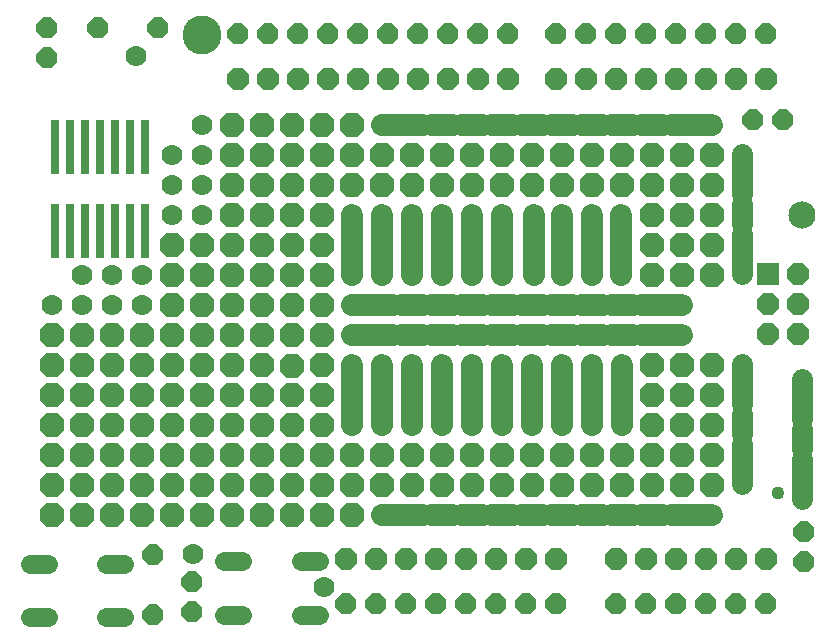
<source format=gbr>
G04 EAGLE Gerber RS-274X export*
G75*
%MOMM*%
%FSLAX34Y34*%
%LPD*%
%INSoldermask Top*%
%IPPOS*%
%AMOC8*
5,1,8,0,0,1.08239X$1,22.5*%
G01*
%ADD10C,3.301600*%
%ADD11C,2.301600*%
%ADD12C,1.625600*%
%ADD13P,1.924489X8X292.500000*%
%ADD14C,1.901600*%
%ADD15R,0.736600X4.546600*%
%ADD16C,1.778000*%
%ADD17P,1.924489X8X22.500000*%
%ADD18P,1.924489X8X112.500000*%
%ADD19P,2.034460X8X292.500000*%
%ADD20P,2.034460X8X112.500000*%
%ADD21C,1.778000*%
%ADD22P,2.034460X8X22.500000*%
%ADD23R,1.879600X1.879600*%
%ADD24C,1.108000*%
%ADD25P,2.220631X8X22.500000*%


D10*
X157581Y507543D03*
D11*
X665581Y355143D03*
D12*
X91533Y14409D02*
X76293Y14409D01*
X76293Y59621D02*
X91533Y59621D01*
X26509Y14409D02*
X11269Y14409D01*
X11269Y59621D02*
X26509Y59621D01*
D13*
X26213Y512979D03*
X26213Y487579D03*
X148691Y43993D03*
X148691Y18593D03*
D12*
X175869Y61519D02*
X191109Y61519D01*
X191109Y16307D02*
X175869Y16307D01*
X240893Y61519D02*
X256133Y61519D01*
X256133Y16307D02*
X240893Y16307D01*
D14*
X571381Y431343D02*
X589381Y431343D01*
X572981Y431343D02*
X554981Y431343D01*
X547581Y431343D02*
X529581Y431343D01*
X522181Y431343D02*
X504181Y431343D01*
X496781Y431343D02*
X478781Y431343D01*
X471381Y431343D02*
X453381Y431343D01*
X445981Y431343D02*
X427981Y431343D01*
X420581Y431343D02*
X402581Y431343D01*
X395181Y431343D02*
X377181Y431343D01*
X369781Y431343D02*
X351781Y431343D01*
X327981Y431343D02*
X309981Y431343D01*
X326381Y431343D02*
X344381Y431343D01*
X487781Y195343D02*
X487781Y177343D01*
X487781Y210143D02*
X487781Y228143D01*
X487781Y211743D02*
X487781Y193743D01*
X571381Y101143D02*
X589381Y101143D01*
X572981Y101143D02*
X554981Y101143D01*
X547581Y101143D02*
X529581Y101143D01*
X522181Y101143D02*
X504181Y101143D01*
X496781Y101143D02*
X478781Y101143D01*
X471381Y101143D02*
X453381Y101143D01*
X445981Y101143D02*
X427981Y101143D01*
X420581Y101143D02*
X402581Y101143D01*
X395181Y101143D02*
X377181Y101143D01*
X369781Y101143D02*
X351781Y101143D01*
X327981Y101143D02*
X309981Y101143D01*
X326381Y101143D02*
X344381Y101143D01*
X545981Y253543D02*
X563981Y253543D01*
X547581Y253543D02*
X529581Y253543D01*
X522181Y253543D02*
X504181Y253543D01*
X496781Y253543D02*
X478781Y253543D01*
X471381Y253543D02*
X453381Y253543D01*
X445981Y253543D02*
X427981Y253543D01*
X420581Y253543D02*
X402581Y253543D01*
X395181Y253543D02*
X377181Y253543D01*
X369781Y253543D02*
X351781Y253543D01*
X344381Y253543D02*
X326381Y253543D01*
X302581Y253543D02*
X284581Y253543D01*
X300981Y253543D02*
X318981Y253543D01*
X545981Y278943D02*
X563981Y278943D01*
X547581Y278943D02*
X529581Y278943D01*
X522181Y278943D02*
X504181Y278943D01*
X496781Y278943D02*
X478781Y278943D01*
X471381Y278943D02*
X453381Y278943D01*
X445981Y278943D02*
X427981Y278943D01*
X420581Y278943D02*
X402581Y278943D01*
X395181Y278943D02*
X377181Y278943D01*
X369781Y278943D02*
X351781Y278943D01*
X344381Y278943D02*
X326381Y278943D01*
X302581Y278943D02*
X284581Y278943D01*
X300981Y278943D02*
X318981Y278943D01*
X462381Y304343D02*
X462381Y322343D01*
X462381Y337143D02*
X462381Y355143D01*
X462381Y338743D02*
X462381Y320743D01*
X462381Y195343D02*
X462381Y177343D01*
X462381Y210143D02*
X462381Y228143D01*
X462381Y211743D02*
X462381Y193743D01*
X487781Y304343D02*
X487781Y322343D01*
X487781Y337143D02*
X487781Y355143D01*
X487781Y338743D02*
X487781Y320743D01*
X511911Y322343D02*
X511911Y304343D01*
X511911Y337143D02*
X511911Y355143D01*
X511911Y338743D02*
X511911Y320743D01*
X513181Y195343D02*
X513181Y177343D01*
X513181Y210143D02*
X513181Y228143D01*
X513181Y211743D02*
X513181Y193743D01*
X438251Y304343D02*
X438251Y322343D01*
X438251Y337143D02*
X438251Y355143D01*
X438251Y338743D02*
X438251Y320743D01*
X284581Y322343D02*
X284581Y304343D01*
X284581Y337143D02*
X284581Y355143D01*
X284581Y338743D02*
X284581Y320743D01*
X309981Y195343D02*
X309981Y177343D01*
X309981Y210143D02*
X309981Y228143D01*
X309981Y211743D02*
X309981Y193743D01*
X335381Y304343D02*
X335381Y322343D01*
X335381Y337143D02*
X335381Y355143D01*
X335381Y338743D02*
X335381Y320743D01*
X386181Y322343D02*
X386181Y304343D01*
X386181Y337143D02*
X386181Y355143D01*
X386181Y338743D02*
X386181Y320743D01*
X360781Y195343D02*
X360781Y177343D01*
X360781Y210143D02*
X360781Y228143D01*
X360781Y211743D02*
X360781Y193743D01*
X386181Y195343D02*
X386181Y177343D01*
X386181Y210143D02*
X386181Y228143D01*
X386181Y211743D02*
X386181Y193743D01*
X284581Y195343D02*
X284581Y177343D01*
X284581Y210143D02*
X284581Y228143D01*
X284581Y211743D02*
X284581Y193743D01*
X411581Y304343D02*
X411581Y322343D01*
X411581Y337143D02*
X411581Y355143D01*
X411581Y338743D02*
X411581Y320743D01*
X309981Y322343D02*
X309981Y304343D01*
X309981Y337143D02*
X309981Y355143D01*
X309981Y338743D02*
X309981Y320743D01*
X360781Y322343D02*
X360781Y304343D01*
X360781Y337143D02*
X360781Y355143D01*
X360781Y338743D02*
X360781Y320743D01*
X335381Y195343D02*
X335381Y177343D01*
X335381Y210143D02*
X335381Y228143D01*
X335381Y211743D02*
X335381Y193743D01*
X436981Y195343D02*
X436981Y177343D01*
X436981Y210143D02*
X436981Y228143D01*
X436981Y211743D02*
X436981Y193743D01*
X411581Y195343D02*
X411581Y177343D01*
X411581Y210143D02*
X411581Y228143D01*
X411581Y211743D02*
X411581Y193743D01*
D15*
X33121Y341173D03*
X45821Y341173D03*
X58521Y341173D03*
X71221Y341173D03*
X83921Y341173D03*
X96621Y341173D03*
X109321Y341173D03*
X109321Y412293D03*
X96621Y412293D03*
X83921Y412293D03*
X71221Y412293D03*
X58521Y412293D03*
X45821Y412293D03*
X33121Y412293D03*
D16*
X30581Y278943D03*
X55981Y278943D03*
X55981Y304343D03*
X81381Y278943D03*
X81381Y304343D03*
X106781Y278943D03*
X106781Y304343D03*
X132181Y355143D03*
X157581Y355143D03*
X132181Y380543D03*
X157581Y380543D03*
X132181Y405943D03*
X157581Y405943D03*
X157581Y431343D03*
X149961Y68123D03*
X101701Y489763D03*
X260451Y40183D03*
D17*
X69037Y513181D03*
X119837Y513181D03*
D18*
X115671Y16053D03*
X115671Y66853D03*
D17*
X624027Y435711D03*
X649427Y435711D03*
D18*
X666649Y61417D03*
X666649Y86817D03*
D19*
X635000Y469900D03*
X609600Y469900D03*
X584200Y469900D03*
X558800Y469900D03*
X533400Y469900D03*
X508000Y469900D03*
X482600Y469900D03*
X457200Y469900D03*
D20*
X508000Y63500D03*
X533400Y63500D03*
X558800Y63500D03*
X584200Y63500D03*
X609600Y63500D03*
X635000Y63500D03*
D21*
X665480Y114300D02*
X665480Y131064D01*
X665480Y131318D02*
X665480Y148082D01*
X665480Y156718D02*
X665480Y173482D01*
X665480Y199136D02*
X665480Y215900D01*
X665480Y198882D02*
X665480Y182118D01*
X614680Y304800D02*
X614680Y321564D01*
X614680Y321818D02*
X614680Y338582D01*
X614680Y347218D02*
X614680Y363982D01*
X614680Y389636D02*
X614680Y406400D01*
X614680Y389382D02*
X614680Y372618D01*
X614680Y143764D02*
X614680Y127000D01*
X614680Y144018D02*
X614680Y160782D01*
X614680Y169418D02*
X614680Y186182D01*
X614680Y211836D02*
X614680Y228600D01*
X614680Y211582D02*
X614680Y194818D01*
D17*
X533400Y508000D03*
X508000Y25400D03*
X558800Y508000D03*
X584200Y508000D03*
X609600Y508000D03*
X635000Y508000D03*
X508000Y508000D03*
X482600Y508000D03*
X457200Y508000D03*
X416560Y508000D03*
X391160Y508000D03*
X365760Y508000D03*
X340360Y508000D03*
X314960Y508000D03*
X289560Y508000D03*
X264160Y508000D03*
X238760Y508000D03*
X533400Y25400D03*
X558800Y25400D03*
X584200Y25400D03*
X609600Y25400D03*
X635000Y25400D03*
X457200Y25400D03*
X431800Y25400D03*
X406400Y25400D03*
X381000Y25400D03*
X355600Y25400D03*
X330200Y25400D03*
X213360Y508000D03*
X187960Y508000D03*
X304800Y25400D03*
X279400Y25400D03*
D22*
X661670Y279400D03*
X636270Y279400D03*
D23*
X636270Y304800D03*
D22*
X661670Y304800D03*
X661670Y254000D03*
X636270Y254000D03*
D19*
X457200Y63500D03*
X431800Y63500D03*
X406400Y63500D03*
X381000Y63500D03*
X355600Y63500D03*
X330200Y63500D03*
X304800Y63500D03*
X279400Y63500D03*
D20*
X187960Y469900D03*
X213360Y469900D03*
X238760Y469900D03*
X264160Y469900D03*
X289560Y469900D03*
X314960Y469900D03*
X340360Y469900D03*
X365760Y469900D03*
X391160Y469900D03*
X416560Y469900D03*
D24*
X645160Y119380D03*
D25*
X360781Y126543D03*
X360781Y151943D03*
X360781Y380543D03*
X360781Y405943D03*
X81381Y253543D03*
X81381Y228143D03*
X81381Y202743D03*
X335381Y126543D03*
X335381Y151943D03*
X335381Y380543D03*
X335381Y405943D03*
X106781Y228143D03*
X106781Y253543D03*
X386181Y126543D03*
X386181Y151943D03*
X106781Y202743D03*
X132181Y228143D03*
X132181Y253543D03*
X411581Y126543D03*
X411581Y151943D03*
X411581Y380543D03*
X411581Y405943D03*
X386181Y380543D03*
X386181Y405943D03*
X182981Y304343D03*
X182981Y329743D03*
X182981Y355143D03*
X182981Y380543D03*
X182981Y405943D03*
X462381Y126543D03*
X462381Y151943D03*
X462381Y380543D03*
X462381Y405943D03*
X182981Y278943D03*
X182981Y253543D03*
X182981Y228143D03*
X182981Y202743D03*
X157581Y329743D03*
X436981Y126543D03*
X436981Y151943D03*
X436981Y380543D03*
X436981Y405943D03*
X157581Y253543D03*
X157581Y228143D03*
X208381Y228143D03*
X208381Y253543D03*
X208381Y278943D03*
X208381Y304343D03*
X208381Y329743D03*
X208381Y355143D03*
X208381Y380543D03*
X208381Y405943D03*
X487781Y126543D03*
X487781Y151943D03*
X208381Y202743D03*
X513181Y126543D03*
X513181Y151943D03*
X513181Y380543D03*
X513181Y405943D03*
X487781Y380543D03*
X487781Y405943D03*
X538581Y304343D03*
X538581Y329743D03*
X538581Y355143D03*
X563981Y126543D03*
X563981Y151943D03*
X563981Y380543D03*
X563981Y405943D03*
X538581Y228143D03*
X538581Y202743D03*
X538581Y177343D03*
X538581Y126543D03*
X538581Y151943D03*
X538581Y380543D03*
X538581Y405943D03*
X563981Y177343D03*
X563981Y202743D03*
X563981Y228143D03*
X563981Y304343D03*
X563981Y329743D03*
X563981Y355143D03*
X589381Y126543D03*
X589381Y151943D03*
X589381Y380543D03*
X589381Y405943D03*
X259181Y126543D03*
X259181Y151943D03*
X259181Y380543D03*
X259181Y405943D03*
X233781Y126543D03*
X233781Y151943D03*
X233781Y380543D03*
X233781Y405943D03*
X284581Y126543D03*
X284581Y151943D03*
X309981Y126543D03*
X309981Y151943D03*
X309981Y380543D03*
X309981Y405943D03*
X284581Y380543D03*
X284581Y405943D03*
X132181Y202743D03*
X157581Y202743D03*
X589381Y304343D03*
X589381Y329743D03*
X589381Y355143D03*
X589381Y177343D03*
X589381Y202743D03*
X589381Y228143D03*
X259181Y278943D03*
X259181Y253543D03*
X233781Y278943D03*
X233781Y253543D03*
X81381Y177343D03*
X81381Y151943D03*
X81381Y126543D03*
X106781Y151943D03*
X106781Y177343D03*
X106781Y126543D03*
X132181Y151943D03*
X132181Y177343D03*
X182981Y177343D03*
X182981Y151943D03*
X182981Y126543D03*
X157581Y177343D03*
X157581Y151943D03*
X208381Y151943D03*
X208381Y177343D03*
X208381Y126543D03*
X132181Y126543D03*
X157581Y126543D03*
X233781Y304343D03*
X233781Y329743D03*
X233781Y355143D03*
X259181Y304343D03*
X259181Y329743D03*
X259181Y355143D03*
X233781Y177343D03*
X233781Y202743D03*
X233781Y226873D03*
X259181Y177343D03*
X259181Y202743D03*
X259181Y228143D03*
X259181Y101143D03*
X233781Y101143D03*
X284581Y101143D03*
X81381Y101143D03*
X106781Y101143D03*
X182981Y101143D03*
X208381Y101143D03*
X132181Y101143D03*
X157581Y101143D03*
X259181Y431343D03*
X233781Y431343D03*
X284581Y431343D03*
X182981Y431343D03*
X208381Y431343D03*
X30581Y253543D03*
X30581Y228143D03*
X30581Y202743D03*
X55981Y228143D03*
X55981Y253543D03*
X55981Y202743D03*
X30581Y177343D03*
X30581Y151943D03*
X30581Y126543D03*
X55981Y151943D03*
X55981Y177343D03*
X55981Y126543D03*
X30581Y101143D03*
X55981Y101143D03*
X157581Y304343D03*
X157581Y278943D03*
X132181Y329743D03*
X132181Y304343D03*
X132181Y278943D03*
M02*

</source>
